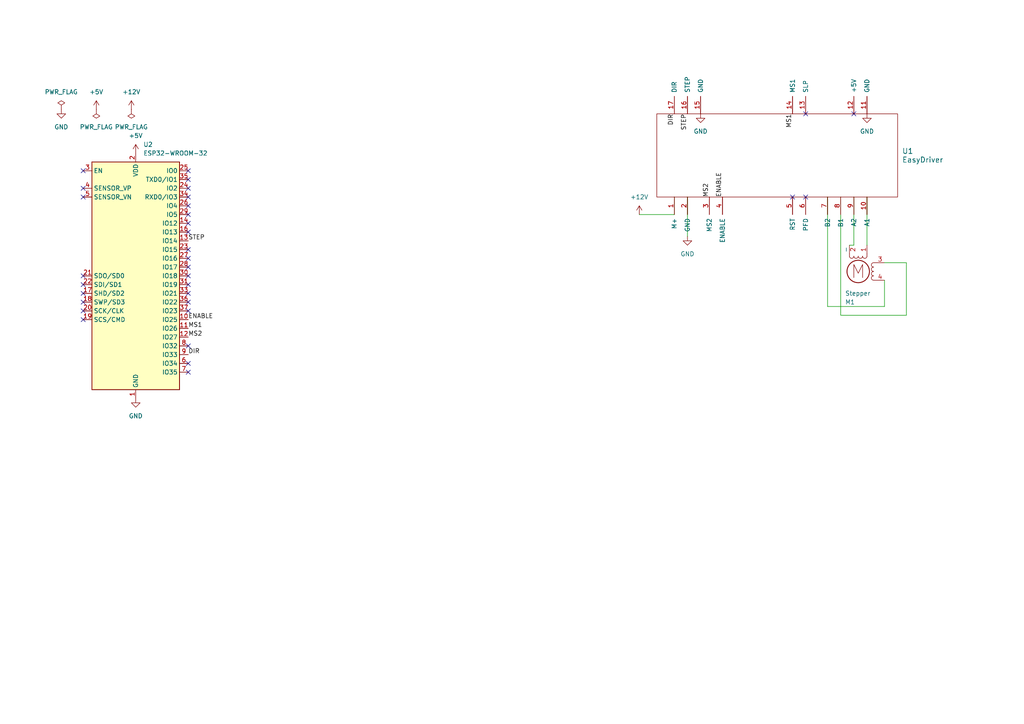
<source format=kicad_sch>
(kicad_sch (version 20230121) (generator eeschema)
  (paper "A4")
  (title_block (title "ESP32 EasyDriver") (date "2024-02-24") (rev "1") (company "Mircho Mirev"))
  (lib_symbols
    (symbol "Motor:Stepper_Motor_bipolar" (pin_names (offset 0))
      (property "Reference" "M1" (at 0.4191 -5.08 90))
      (property "Value" "Stepper_Motor_bipolar" (at -2.1209 -5.08 90))
      (symbol "Stepper_Motor_bipolar_0_0"
        (polyline (pts (xy -1.27 -1.778) (xy -1.27 2.032) (xy 0 -0.508) (xy 1.27 2.032) (xy 1.27 -1.778)))
      )
      (symbol "Stepper_Motor_bipolar_0_1"
        (arc (start -4.445 -2.54) (mid -3.8127 -1.905) (end -4.445 -1.27))
        (arc (start -4.445 -1.27) (mid -3.8127 -0.635) (end -4.445 0))
        (arc (start -4.445 0) (mid -3.8127 0.635) (end -4.445 1.27))
        (arc (start -4.445 1.27) (mid -3.8127 1.905) (end -4.445 2.54))
        (arc (start -2.54 4.445) (mid -1.905 3.8127) (end -1.27 4.445))
        (arc (start -1.27 4.445) (mid -0.635 3.8127) (end 0 4.445))
        (polyline (pts (xy -5.08 -2.54) (xy -4.445 -2.54)))
        (polyline (pts (xy -5.08 2.54) (xy -4.445 2.54)))
        (polyline (pts (xy -2.54 5.08) (xy -2.54 4.445)))
        (polyline (pts (xy 2.54 5.08) (xy 2.54 4.445)))
        (circle (center 0 0) (radius 3.2512) (stroke (width 0.254)))
        (arc (start 0 4.445) (mid 0.635 3.8127) (end 1.27 4.445))
        (arc (start 1.27 4.445) (mid 1.905 3.8127) (end 2.54 4.445))
      )
      (symbol "Stepper_Motor_bipolar_1_1"
        (pin input line (at -2.54 7.62 270) (length 2.54) (name "~") (number "1"))
        (pin input line (at 2.54 7.62 270) (length 2.54) (name "-") (number "2"))
        (pin passive line (at -7.62 2.54 0) (length 2.54) (name "~") (number "3"))
        (pin passive line (at -7.62 -2.54 0) (length 2.54) (name "~") (number "4"))
      )
    )
    (symbol "RF_Module:ESP32-WROOM-32"
      (property "Reference" "U" (at -12.7 34.29 0))
      (property "Value" "ESP32-WROOM-32" (at 1.27 34.29 0))
      (symbol "ESP32-WROOM-32_0_1"
        (rectangle (start -12.7 33.02) (end 12.7 -33.02) (stroke (width 0.254)) (fill (type background)))
      )
      (symbol "ESP32-WROOM-32_1_1"
        (pin power_in line (at 0 -35.56 90) (length 2.54) (name "GND") (number "1"))
        (pin bidirectional line (at 15.24 -12.7 180) (length 2.54) (name "IO25") (number "10"))
        (pin bidirectional line (at 15.24 -15.24 180) (length 2.54) (name "IO26") (number "11"))
        (pin bidirectional line (at 15.24 -17.78 180) (length 2.54) (name "IO27") (number "12"))
        (pin bidirectional line (at 15.24 10.16 180) (length 2.54) (name "IO14") (number "13"))
        (pin bidirectional line (at 15.24 15.24 180) (length 2.54) (name "IO12") (number "14"))
        (pin passive line (at 0 -35.56 90) (length 2.54) hide (name "GND") (number "15"))
        (pin bidirectional line (at 15.24 12.7 180) (length 2.54) (name "IO13") (number "16"))
        (pin bidirectional line (at -15.24 -5.08 0) (length 2.54) (name "SHD/SD2") (number "17"))
        (pin bidirectional line (at -15.24 -7.62 0) (length 2.54) (name "SWP/SD3") (number "18"))
        (pin bidirectional line (at -15.24 -12.7 0) (length 2.54) (name "SCS/CMD") (number "19"))
        (pin power_in line (at 0 35.56 270) (length 2.54) (name "VDD") (number "2"))
        (pin bidirectional line (at -15.24 -10.16 0) (length 2.54) (name "SCK/CLK") (number "20"))
        (pin bidirectional line (at -15.24 0 0) (length 2.54) (name "SDO/SD0") (number "21"))
        (pin bidirectional line (at -15.24 -2.54 0) (length 2.54) (name "SDI/SD1") (number "22"))
        (pin bidirectional line (at 15.24 7.62 180) (length 2.54) (name "IO15") (number "23"))
        (pin bidirectional line (at 15.24 25.4 180) (length 2.54) (name "IO2") (number "24"))
        (pin bidirectional line (at 15.24 30.48 180) (length 2.54) (name "IO0") (number "25"))
        (pin bidirectional line (at 15.24 20.32 180) (length 2.54) (name "IO4") (number "26"))
        (pin bidirectional line (at 15.24 5.08 180) (length 2.54) (name "IO16") (number "27"))
        (pin bidirectional line (at 15.24 2.54 180) (length 2.54) (name "IO17") (number "28"))
        (pin bidirectional line (at 15.24 17.78 180) (length 2.54) (name "IO5") (number "29"))
        (pin input line (at -15.24 30.48 0) (length 2.54) (name "EN") (number "3"))
        (pin bidirectional line (at 15.24 0 180) (length 2.54) (name "IO18") (number "30"))
        (pin bidirectional line (at 15.24 -2.54 180) (length 2.54) (name "IO19") (number "31"))
        (pin no_connect line (at -12.7 -27.94 0) (length 2.54) hide (name "NC") (number "32"))
        (pin bidirectional line (at 15.24 -5.08 180) (length 2.54) (name "IO21") (number "33"))
        (pin bidirectional line (at 15.24 22.86 180) (length 2.54) (name "RXD0/IO3") (number "34"))
        (pin bidirectional line (at 15.24 27.94 180) (length 2.54) (name "TXD0/IO1") (number "35"))
        (pin bidirectional line (at 15.24 -7.62 180) (length 2.54) (name "IO22") (number "36"))
        (pin bidirectional line (at 15.24 -10.16 180) (length 2.54) (name "IO23") (number "37"))
        (pin passive line (at 0 -35.56 90) (length 2.54) hide (name "GND") (number "38"))
        (pin passive line (at 0 -35.56 90) (length 2.54) hide (name "GND") (number "39"))
        (pin input line (at -15.24 25.4 0) (length 2.54) (name "SENSOR_VP") (number "4"))
        (pin input line (at -15.24 22.86 0) (length 2.54) (name "SENSOR_VN") (number "5"))
        (pin input line (at 15.24 -25.4 180) (length 2.54) (name "IO34") (number "6"))
        (pin input line (at 15.24 -27.94 180) (length 2.54) (name "IO35") (number "7"))
        (pin bidirectional line (at 15.24 -20.32 180) (length 2.54) (name "IO32") (number "8"))
        (pin bidirectional line (at 15.24 -22.86 180) (length 2.54) (name "IO33") (number "9"))
      )
    )
    (symbol "easy_stepper_driver:easy_stepper_driver" (pin_names (offset 1.016))
      (property "Reference" "U" (at 0 0 0))
      (property "Value" "easy_stepper_driver" (at 0 2.54 0))
      (symbol "easy_stepper_driver_0_1"
        (rectangle (start -34.29 12.7) (end 35.56 -11.43))
      )
      (symbol "easy_stepper_driver_1_1"
        (pin input line (at -29.21 -11.43 270) (length 5.08) (name "M+") (number "1"))
        (pin output line (at 26.67 -11.43 270) (length 5.08) (name "A1") (number "10"))
        (pin input line (at 26.67 12.7 90) (length 5.08) (name "GND") (number "11"))
        (pin input line (at 22.86 12.7 90) (length 5.08) (name "+5V") (number "12"))
        (pin input line (at 8.89 12.7 90) (length 5.08) (name "SLP") (number "13"))
        (pin input line (at 5.08 12.7 90) (length 5.08) (name "MS1") (number "14"))
        (pin input line (at -21.59 12.7 90) (length 5.08) (name "GND") (number "15"))
        (pin input line (at -25.4 12.7 90) (length 5.08) (name "STEP") (number "16"))
        (pin input line (at -29.21 12.7 90) (length 5.08) (name "DIR") (number "17"))
        (pin input line (at -25.4 -11.43 270) (length 5.08) (name "GND") (number "2"))
        (pin input line (at -19.05 -11.43 270) (length 5.08) (name "MS2") (number "3"))
        (pin input line (at -15.24 -11.43 270) (length 5.08) (name "ENABLE") (number "4"))
        (pin input line (at 5.08 -11.43 270) (length 5.08) (name "RST") (number "5"))
        (pin input line (at 8.89 -11.43 270) (length 5.08) (name "PFD") (number "6"))
        (pin output line (at 15.24 -11.43 270) (length 5.08) (name "B2") (number "7"))
        (pin output line (at 19.05 -11.43 270) (length 5.08) (name "B1") (number "8"))
        (pin output line (at 22.86 -11.43 270) (length 5.08) (name "A2") (number "9"))
      )
    )
    (symbol "power:+12V" (power) (pin_names (offset 0))
      (property "Value" "+12V" (at 0 3.556 0))
      (symbol "+12V_0_1"
        (polyline (pts (xy -0.762 1.27) (xy 0 2.54)))
        (polyline (pts (xy 0 0) (xy 0 2.54)))
        (polyline (pts (xy 0 2.54) (xy 0.762 1.27)))
      )
      (symbol "+12V_1_1"
        (pin power_in line (at 0 0 90) (length 0) hide (name "+12V") (number "1"))
      )
    )
    (symbol "power:+5V" (power) (pin_names (offset 0))
      (property "Value" "+5V" (at 0 3.556 0))
      (symbol "+5V_0_1"
        (polyline (pts (xy -0.762 1.27) (xy 0 2.54)))
        (polyline (pts (xy 0 0) (xy 0 2.54)))
        (polyline (pts (xy 0 2.54) (xy 0.762 1.27)))
      )
      (symbol "+5V_1_1"
        (pin power_in line (at 0 0 90) (length 0) hide (name "+5V") (number "1"))
      )
    )
    (symbol "power:GND" (power) (pin_names (offset 0))
      (property "Value" "GND" (at 0 -3.81 0))
      (symbol "GND_0_1"
        (polyline (pts (xy 0 0) (xy 0 -1.27) (xy 1.27 -1.27) (xy 0 -2.54) (xy -1.27 -1.27) (xy 0 -1.27)))
      )
      (symbol "GND_1_1"
        (pin power_in line (at 0 0 270) (length 0) hide (name "GND") (number "1"))
      )
    )
    (symbol "power:PWR_FLAG" (power) (pin_numbers hide) (pin_names (offset 0) hide)
      (property "Value" "PWR_FLAG" (at 0 3.81 0))
      (symbol "PWR_FLAG_0_0"
        (pin power_out line (at 0 0 90) (length 0) (name "pwr") (number "1"))
      )
      (symbol "PWR_FLAG_0_1"
        (polyline (pts (xy 0 0) (xy 0 1.27) (xy -1.016 1.905) (xy 0 2.54) (xy 1.016 1.905) (xy 0 1.27)))
      )
    )
  )
  (no_connect (at 229.87 57.15))
  (no_connect (at 54.61 57.15))
  (no_connect (at 24.13 92.71))
  (no_connect (at 24.13 54.61))
  (no_connect (at 54.61 54.61))
  (no_connect (at 54.61 74.93))
  (no_connect (at 54.61 52.07))
  (no_connect (at 54.61 100.33))
  (no_connect (at 54.61 67.31))
  (no_connect (at 54.61 62.23))
  (no_connect (at 247.65 33.02))
  (no_connect (at 54.61 77.47))
  (no_connect (at 24.13 87.63))
  (no_connect (at 54.61 107.95))
  (no_connect (at 54.61 90.17))
  (no_connect (at 54.61 87.63))
  (no_connect (at 54.61 72.39))
  (no_connect (at 54.61 49.53))
  (no_connect (at 54.61 105.41))
  (no_connect (at 24.13 49.53))
  (no_connect (at 233.68 57.15))
  (no_connect (at 54.61 82.55))
  (no_connect (at 24.13 90.17))
  (no_connect (at 24.13 80.01))
  (no_connect (at 233.68 33.02))
  (no_connect (at 54.61 80.01))
  (no_connect (at 54.61 85.09))
  (no_connect (at 24.13 85.09))
  (no_connect (at 24.13 82.55))
  (no_connect (at 24.13 57.15))
  (no_connect (at 54.61 64.77))
  (no_connect (at 54.61 59.69))
  (wire (pts (xy 262.89 91.44) (xy 262.89 76.2)))
  (wire (pts (xy 199.39 57.15) (xy 199.39 68.58)))
  (wire (pts (xy 243.84 91.44) (xy 262.89 91.44)))
  (wire (pts (xy 240.03 57.15) (xy 240.03 88.9)))
  (wire (pts (xy 256.54 88.9) (xy 256.54 81.28)))
  (wire (pts (xy 247.65 71.12) (xy 246.38 71.12)))
  (wire (pts (xy 251.46 57.15) (xy 251.46 71.12)))
  (wire (pts (xy 262.89 76.2) (xy 256.54 76.2)))
  (wire (pts (xy 185.42 62.23) (xy 195.58 62.23)))
  (wire (pts (xy 195.58 57.15) (xy 195.58 62.23)))
  (wire (pts (xy 240.03 88.9) (xy 256.54 88.9)))
  (wire (pts (xy 243.84 57.15) (xy 243.84 91.44)))
  (wire (pts (xy 247.65 57.15) (xy 247.65 71.12)))
  (label "MS2" (at 54.61 97.79 0))
  (label "ENABLE" (at 209.55 57.15 90))
  (label "MS2" (at 205.74 57.15 90))
  (label "MS1" (at 54.61 95.25 0))
  (label "STEP" (at 199.39 33.02 270))
  (label "ENABLE" (at 54.61 92.71 0))
  (label "MS1" (at 229.87 33.02 270))
  (label "DIR" (at 195.58 33.02 270))
  (label "STEP" (at 54.61 69.85 0))
  (label "DIR" (at 54.61 102.87 0))
  (symbol (lib_id "power:+12V") (at 185.42 62.23 0) (unit 1)
    (property "Reference" "#PWR08" (effects hide))
    (property "Value" "+12V" (at 185.42 57.15 0))
  )
  (symbol (lib_id "power:PWR_FLAG") (at 17.78 31.75 0) (unit 1)
    (property "Reference" "#FLG01" (effects hide))
    (property "Value" "PWR_FLAG" (at 17.78 26.67 0))
  )
  (symbol (lib_id "power:PWR_FLAG") (at 27.94 31.75 180) (unit 1)
    (property "Reference" "#FLG02" (effects hide))
    (property "Value" "PWR_FLAG" (at 27.94 36.83 0))
  )
  (symbol (lib_id "RF_Module:ESP32-WROOM-32") (at 39.37 80.01 0) (unit 1)
    (property "Reference" "U2" (at 41.5641 41.91 0) (effects (justify left)))
    (property "Value" "ESP32-WROOM-32" (at 41.5641 44.45 0) (effects (justify left)))
    (property "Footprint" "RF_Module:ESP32-WROOM-32" (effects hide))
    (property "Datasheet" "https://www.espressif.com/sites/default/files/documentation/esp32-wroom-32_datasheet_en.pdf" (effects hide))
  )
  (symbol (lib_id "power:+5V") (at 27.94 31.75 0) (unit 1)
    (property "Reference" "#PWR01" (effects hide))
    (property "Value" "+5V" (at 27.94 26.67 0))
  )
  (symbol (lib_id "power:GND") (at 203.2 33.02 0) (unit 1)
    (property "Reference" "#PWR04" (effects hide))
    (property "Value" "GND" (at 203.2 38.1 0))
  )
  (symbol (lib_id "power:GND") (at 251.46 33.02 0) (unit 1)
    (property "Reference" "#PWR05" (effects hide))
    (property "Value" "GND" (at 251.46 38.1 0))
  )
  (symbol (lib_id "power:GND") (at 39.37 115.57 0) (unit 1)
    (property "Reference" "#PWR02" (effects hide))
    (property "Value" "GND" (at 39.37 120.65 0))
  )
  (symbol (lib_id "easy_stepper_driver:easy_stepper_driver") (at 224.79 45.72 0) (unit 1)
    (property "Reference" "U1" (at 261.62 43.815 0) (effects (font (size 1.524 1.524)) (justify left)))
    (property "Value" "EasyDriver" (at 261.62 46.355 0) (effects (font (size 1.524 1.524)) (justify left)))
  )
  (symbol (lib_id "power:GND") (at 199.39 68.58 0) (unit 1)
    (property "Reference" "#PWR03" (effects hide))
    (property "Value" "GND" (at 199.39 73.66 0))
  )
  (symbol (lib_id "Motor:Stepper_Motor_bipolar") (at 248.92 78.74 0) (mirror y) (unit 1)
    (property "Reference" "M1" (at 245.11 87.63 0) (effects (justify right)))
    (property "Value" "Stepper" (at 245.11 85.09 0) (effects (justify right)))
    (property "Datasheet" "http://www.infineon.com/dgdl/Application-Note-TLE8110EE_driving_UniPolarStepperMotor_V1.1.pdf?fileId=db3a30431be39b97011be5d0aa0a00b0" (effects hide))
  )
  (symbol (lib_id "power:PWR_FLAG") (at 38.1 31.75 180) (unit 1)
    (property "Reference" "#FLG03" (effects hide))
    (property "Value" "PWR_FLAG" (at 38.1 36.83 0))
  )
  (symbol (lib_id "power:+12V") (at 38.1 31.75 0) (unit 1)
    (property "Reference" "#PWR06" (effects hide))
    (property "Value" "+12V" (at 38.1 26.67 0))
  )
  (symbol (lib_id "power:GND") (at 17.78 31.75 0) (unit 1)
    (property "Reference" "#PWR07" (effects hide))
    (property "Value" "GND" (at 17.78 36.83 0))
  )
  (symbol (lib_id "power:+5V") (at 39.37 44.45 0) (unit 1)
    (property "Reference" "#PWR09" (effects hide))
    (property "Value" "+5V" (at 39.37 39.37 0))
  )
)
</source>
